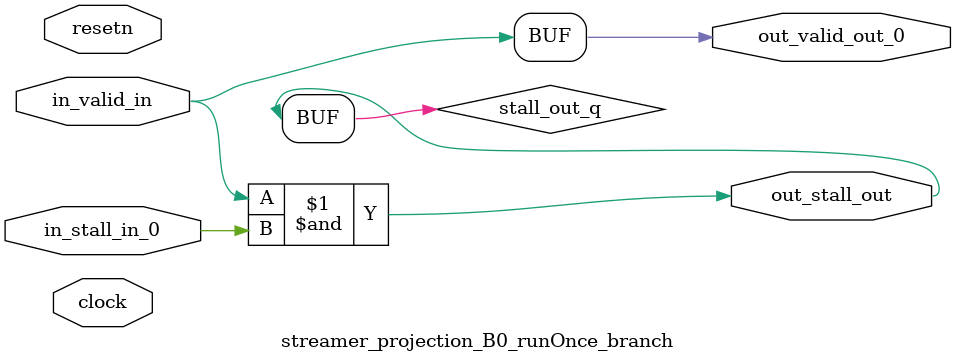
<source format=sv>



(* altera_attribute = "-name AUTO_SHIFT_REGISTER_RECOGNITION OFF; -name MESSAGE_DISABLE 10036; -name MESSAGE_DISABLE 10037; -name MESSAGE_DISABLE 14130; -name MESSAGE_DISABLE 14320; -name MESSAGE_DISABLE 15400; -name MESSAGE_DISABLE 14130; -name MESSAGE_DISABLE 10036; -name MESSAGE_DISABLE 12020; -name MESSAGE_DISABLE 12030; -name MESSAGE_DISABLE 12010; -name MESSAGE_DISABLE 12110; -name MESSAGE_DISABLE 14320; -name MESSAGE_DISABLE 13410; -name MESSAGE_DISABLE 113007; -name MESSAGE_DISABLE 10958" *)
module streamer_projection_B0_runOnce_branch (
    input wire [0:0] in_stall_in_0,
    input wire [0:0] in_valid_in,
    output wire [0:0] out_stall_out,
    output wire [0:0] out_valid_out_0,
    input wire clock,
    input wire resetn
    );

    wire [0:0] stall_out_q;


    // stall_out(LOGICAL,6)
    assign stall_out_q = in_valid_in & in_stall_in_0;

    // out_stall_out(GPOUT,4)
    assign out_stall_out = stall_out_q;

    // out_valid_out_0(GPOUT,5)
    assign out_valid_out_0 = in_valid_in;

endmodule

</source>
